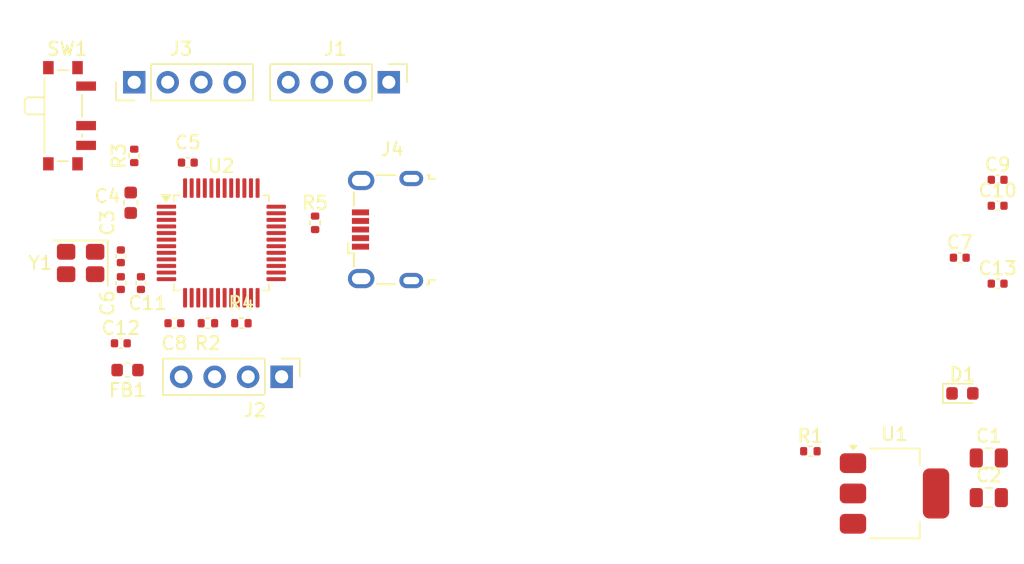
<source format=kicad_pcb>
(kicad_pcb (version 20241229) (generator "pcbnew") (generator_version "9.0")
  (layers (0 "F.Cu" signal) (2 "B.Cu" power) (13 "F.Paste" user) (15 "B.Paste" user) (5 "F.SilkS" user "F.Silkscreen") (7 "B.SilkS" user "B.Silkscreen") (1 "F.Mask" user) (3 "B.Mask" user) (25 "Edge.Cuts" user))
  (net 0 "")
  (net 1 "GND")
  (net 2 "VBUS")
  (net 3 "+3.3V")
  (net 4 "/HSE_IN")
  (net 5 "/HSE_OUT")
  (net 6 "/NRST")
  (net 7 "+3.3VA")
  (net 8 "Net-(D1-K)")
  (net 9 "/UART2_TX")
  (net 10 "/UART2_TRX")
  (net 11 "/I2C1_SDA")
  (net 12 "/I2C1_SCL")
  (net 13 "/SWCLK")
  (net 14 "/SWDIO")
  (net 16 "/USB_D-")
  (net 17 "/USB_D+")
  (net 22 "/SW_BOOT0")
  (net 23 "/BOOT0")
  (footprint "Capacitor_SMD:C_0402_1005Metric" (layer "F.Cu") (at 102.616 91.948 90)
    (property "Reference" "C6" (at -1.524 -1.016 90) (layer "F.SilkS"))
    (property "Value" "10p")
    (fp_line (start -0.107836 -0.36) (end 0.107836 -0.36) (stroke (width 0.12)) (layer "F.SilkS"))
    (fp_line (start -0.107836 0.36) (end 0.107836 0.36) (stroke (width 0.12)) (layer "F.SilkS"))
    (pad "1" smd roundrect (at -0.48 0 90) (size 0.56 0.62) (layers "F.Cu" "F.Mask" "F.Paste") (net 5 "/HSE_OUT"))
    (pad "2" smd roundrect (at 0.48 0 90) (size 0.56 0.62) (layers "F.Cu" "F.Mask" "F.Paste") (net 1 "GND"))
  )
  (footprint "Capacitor_SMD:C_0402_1005Metric" (layer "F.Cu") (at 102.616 89.916 -90)
    (property "Reference" "C3" (at -2.54 1.016 90) (layer "F.SilkS"))
    (property "Value" "10p")
    (fp_line (start -0.107836 0.36) (end 0.107836 0.36) (stroke (width 0.12)) (layer "F.SilkS"))
    (fp_line (start -0.107836 -0.36) (end 0.107836 -0.36) (stroke (width 0.12)) (layer "F.SilkS"))
    (pad "1" smd roundrect (at -0.48 0 270) (size 0.56 0.62) (layers "F.Cu" "F.Mask" "F.Paste") (net 4 "/HSE_IN"))
    (pad "2" smd roundrect (at 0.48 0 270) (size 0.56 0.62) (layers "F.Cu" "F.Mask" "F.Paste") (net 1 "GND"))
  )
  (footprint "Resistor_SMD:R_0402_1005Metric" (layer "F.Cu") (at 154.9025 104.71)
    (property "Reference" "R1" (at 0 -1.17 0) (layer "F.SilkS"))
    (property "Value" "1.5k")
    (fp_line (start -0.153641 -0.38) (end 0.153641 -0.38) (stroke (width 0.12)) (layer "F.SilkS"))
    (fp_line (start -0.153641 0.38) (end 0.153641 0.38) (stroke (width 0.12)) (layer "F.SilkS"))
    (pad "1" smd roundrect (at -0.51 0) (size 0.54 0.64) (layers "F.Cu" "F.Mask" "F.Paste") (net 8 "Net-(D1-K)"))
    (pad "2" smd roundrect (at 0.51 0) (size 0.54 0.64) (layers "F.Cu" "F.Mask" "F.Paste") (net 1 "GND"))
  )
  (footprint "Capacitor_SMD:C_0402_1005Metric" (layer "F.Cu") (at 169.1025 86.08)
    (property "Reference" "C10" (at 0 -1.16 0) (layer "F.SilkS"))
    (property "Value" "100n")
    (fp_line (start -0.107836 -0.36) (end 0.107836 -0.36) (stroke (width 0.12)) (layer "F.SilkS"))
    (fp_line (start -0.107836 0.36) (end 0.107836 0.36) (stroke (width 0.12)) (layer "F.SilkS"))
    (pad "1" smd roundrect (at -0.48 0) (size 0.56 0.62) (layers "F.Cu" "F.Mask" "F.Paste") (net 3 "+3.3V"))
    (pad "2" smd roundrect (at 0.48 0) (size 0.56 0.62) (layers "F.Cu" "F.Mask" "F.Paste") (net 1 "GND"))
  )
  (footprint "Capacitor_SMD:C_0402_1005Metric" (layer "F.Cu") (at 169.1025 84.11)
    (property "Reference" "C9" (at 0 -1.16 0) (layer "F.SilkS"))
    (property "Value" "100n")
    (fp_line (start -0.107836 -0.36) (end 0.107836 -0.36) (stroke (width 0.12)) (layer "F.SilkS"))
    (fp_line (start -0.107836 0.36) (end 0.107836 0.36) (stroke (width 0.12)) (layer "F.SilkS"))
    (pad "1" smd roundrect (at -0.48 0) (size 0.56 0.62) (layers "F.Cu" "F.Mask" "F.Paste") (net 3 "+3.3V"))
    (pad "2" smd roundrect (at 0.48 0) (size 0.56 0.62) (layers "F.Cu" "F.Mask" "F.Paste") (net 1 "GND"))
  )
  (footprint "Connector_PinHeader_2.54mm:PinHeader_1x04_P2.54mm_Vertical" (layer "F.Cu") (at 103.632 76.708 90)
    (property "Reference" "J3" (at 2.54 3.556 180) (layer "F.SilkS"))
    (property "Value" "Conn_01x04_Pin")
    (fp_line (start -1.38 -1.38) (end 0 -1.38) (stroke (width 0.12)) (layer "F.SilkS"))
    (fp_line (start -1.38 0) (end -1.38 -1.38) (stroke (width 0.12)) (layer "F.SilkS"))
    (fp_line (start 1.38 1.27) (end 1.38 9) (stroke (width 0.12)) (layer "F.SilkS"))
    (fp_line (start -1.38 1.27) (end 1.38 1.27) (stroke (width 0.12)) (layer "F.SilkS"))
    (fp_line (start -1.38 1.27) (end -1.38 9) (stroke (width 0.12)) (layer "F.SilkS"))
    (fp_line (start -1.38 9) (end 1.38 9) (stroke (width 0.12)) (layer "F.SilkS"))
    (pad "1" thru_hole rect (at 0 0 90) (size 1.7 1.7) (drill 1) (layers "*.Cu" "*.Mask") (net 3 "+3.3V"))
    (pad "2" thru_hole circle (at 0 2.54 90) (size 1.7 1.7) (drill 1) (layers "*.Cu" "*.Mask") (net 14 "/SWDIO"))
    (pad "3" thru_hole circle (at 0 5.08 90) (size 1.7 1.7) (drill 1) (layers "*.Cu" "*.Mask") (net 13 "/SWCLK"))
    (pad "4" thru_hole circle (at 0 7.62 90) (size 1.7 1.7) (drill 1) (layers "*.Cu" "*.Mask") (net 1 "GND"))
  )
  (footprint "Connector_PinHeader_2.54mm:PinHeader_1x04_P2.54mm_Vertical" (layer "F.Cu") (at 114.808 99.06 -90)
    (property "Reference" "J2" (at 2.54 2.032 0) (layer "F.SilkS"))
    (property "Value" "Conn_01x04_Pin")
    (fp_line (start -1.38 9) (end 1.38 9) (stroke (width 0.12)) (layer "F.SilkS"))
    (fp_line (start -1.38 1.27) (end -1.38 9) (stroke (width 0.12)) (layer "F.SilkS"))
    (fp_line (start -1.38 1.27) (end 1.38 1.27) (stroke (width 0.12)) (layer "F.SilkS"))
    (fp_line (start 1.38 1.27) (end 1.38 9) (stroke (width 0.12)) (layer "F.SilkS"))
    (fp_line (start -1.38 0) (end -1.38 -1.38) (stroke (width 0.12)) (layer "F.SilkS"))
    (fp_line (start -1.38 -1.38) (end 0 -1.38) (stroke (width 0.12)) (layer "F.SilkS"))
    (pad "1" thru_hole rect (at 0 0 270) (size 1.7 1.7) (drill 1) (layers "*.Cu" "*.Mask") (net 3 "+3.3V"))
    (pad "2" thru_hole circle (at 0 2.54 270) (size 1.7 1.7) (drill 1) (layers "*.Cu" "*.Mask") (net 11 "/I2C1_SDA"))
    (pad "3" thru_hole circle (at 0 5.08 270) (size 1.7 1.7) (drill 1) (layers "*.Cu" "*.Mask") (net 12 "/I2C1_SCL"))
    (pad "4" thru_hole circle (at 0 7.62 270) (size 1.7 1.7) (drill 1) (layers "*.Cu" "*.Mask") (net 1 "GND"))
  )
  (footprint "Package_TO_SOT_SMD:SOT-223-3_TabPin2" (layer "F.Cu") (at 161.2825 107.915)
    (property "Reference" "U1" (at 0 -4.5 0) (layer "F.SilkS"))
    (property "Value" "AMS1117-3.3")
    (fp_line (start -1.85 -3.41) (end 1.91 -3.41) (stroke (width 0.12)) (layer "F.SilkS"))
    (fp_line (start -1.85 3.41) (end 1.91 3.41) (stroke (width 0.12)) (layer "F.SilkS"))
    (fp_line (start 1.91 -3.41) (end 1.91 -2.15) (stroke (width 0.12)) (layer "F.SilkS"))
    (fp_line (start 1.91 3.41) (end 1.91 2.15) (stroke (width 0.12)) (layer "F.SilkS"))
    (fp_poly (pts (xy -3.13 -3.31) (xy -3.37 -3.64) (xy -2.89 -3.64) (xy -3.13 -3.31)) (stroke (width 0.12)) (fill yes) (layer "F.SilkS"))
    (pad "1" smd roundrect (at -3.15 -2.3) (size 2 1.5) (layers "F.Cu" "F.Mask" "F.Paste") (net 1 "GND"))
    (pad "2" smd roundrect (at -3.15 0) (size 2 1.5) (layers "F.Cu" "F.Mask" "F.Paste") (net 3 "+3.3V"))
    (pad "2" smd roundrect (at 3.15 0) (size 2 3.8) (layers "F.Cu" "F.Mask" "F.Paste") (net 3 "+3.3V"))
    (pad "3" smd roundrect (at -3.15 2.3) (size 2 1.5) (layers "F.Cu" "F.Mask" "F.Paste") (net 2 "VBUS"))
  )
  (footprint "Resistor_SMD:R_0402_1005Metric" (layer "F.Cu") (at 111.758 94.996 180)
    (property "Reference" "R4" (at 0 1.524 0) (layer "F.SilkS"))
    (property "Value" "1.5k")
    (fp_line (start -0.153641 0.38) (end 0.153641 0.38) (stroke (width 0.12)) (layer "F.SilkS"))
    (fp_line (start -0.153641 -0.38) (end 0.153641 -0.38) (stroke (width 0.12)) (layer "F.SilkS"))
    (pad "1" smd roundrect (at -0.51 0 180) (size 0.54 0.64) (layers "F.Cu" "F.Mask" "F.Paste") (net 11 "/I2C1_SDA"))
    (pad "2" smd roundrect (at 0.51 0 180) (size 0.54 0.64) (layers "F.Cu" "F.Mask" "F.Paste") (net 3 "+3.3V"))
  )
  (footprint "Resistor_SMD:R_0402_1005Metric" (layer "F.Cu") (at 103.632 82.296 90)
    (property "Reference" "R3" (at 0 -1.17 90) (layer "F.SilkS"))
    (property "Value" "10k")
    (fp_line (start -0.153641 -0.38) (end 0.153641 -0.38) (stroke (width 0.12)) (layer "F.SilkS"))
    (fp_line (start -0.153641 0.38) (end 0.153641 0.38) (stroke (width 0.12)) (layer "F.SilkS"))
    (pad "1" smd roundrect (at -0.51 0 90) (size 0.54 0.64) (layers "F.Cu" "F.Mask" "F.Paste") (net 22 "/SW_BOOT0"))
    (pad "2" smd roundrect (at 0.51 0 90) (size 0.54 0.64) (layers "F.Cu" "F.Mask" "F.Paste") (net 23 "/BOOT0"))
  )
  (footprint "Capacitor_SMD:C_0402_1005Metric" (layer "F.Cu") (at 102.616 96.52)
    (property "Reference" "C12" (at 0 -1.16 0) (layer "F.SilkS"))
    (property "Value" "1u")
    (fp_line (start -0.107836 -0.36) (end 0.107836 -0.36) (stroke (width 0.12)) (layer "F.SilkS"))
    (fp_line (start -0.107836 0.36) (end 0.107836 0.36) (stroke (width 0.12)) (layer "F.SilkS"))
    (pad "1" smd roundrect (at -0.48 0) (size 0.56 0.62) (layers "F.Cu" "F.Mask" "F.Paste") (net 7 "+3.3VA"))
    (pad "2" smd roundrect (at 0.48 0) (size 0.56 0.62) (layers "F.Cu" "F.Mask" "F.Paste") (net 1 "GND"))
  )
  (footprint "Button_Switch_SMD:SW_SPDT_PCM12" (layer "F.Cu") (at 98.552 79.248 -90)
    (property "Reference" "SW1" (at -5.08 0 180) (layer "F.SilkS"))
    (property "Value" "SW_SPDT")
    (fp_line (start -1.2 3.23) (end -0.3 3.23) (stroke (width 0.12)) (layer "F.SilkS"))
    (fp_line (start -1.4 3.02) (end -1.2 3.23) (stroke (width 0.12)) (layer "F.SilkS"))
    (fp_line (start -0.1 3.02) (end -0.3 3.23) (stroke (width 0.12)) (layer "F.SilkS"))
    (fp_line (start -0.1 3.02) (end -0.1 1.73) (stroke (width 0.12)) (layer "F.SilkS"))
    (fp_line (start -2.85 1.73) (end 2.85 1.73) (stroke (width 0.12)) (layer "F.SilkS"))
    (fp_line (start -1.4 1.73) (end -1.4 3.02) (stroke (width 0.12)) (layer "F.SilkS"))
    (fp_line (start 3.45 0.72) (end 3.45 -0.07) (stroke (width 0.12)) (layer "F.SilkS"))
    (fp_line (start -3.45 -0.07) (end -3.45 0.72) (stroke (width 0.12)) (layer "F.SilkS"))
    (fp_line (start -1.6 -1.12) (end 0.1 -1.12) (stroke (width 0.12)) (layer "F.SilkS"))
    (fp_line (start 1.4 -1.12) (end 1.6 -1.12) (stroke (width 0.12)) (layer "F.SilkS"))
    (pad "" smd rect (at -3.65 -0.78 270) (size 1 0.8) (layers "F.Cu" "F.Mask" "F.Paste"))
    (pad "" smd rect (at -3.65 1.43 270) (size 1 0.8) (layers "F.Cu" "F.Mask" "F.Paste"))
    (pad "" np_thru_hole circle (at -1.5 0.33 270) (size 0.9 0.9) (drill 0.9) (layers "*.Cu" "*.Mask"))
    (pad "" np_thru_hole circle (at 1.5 0.33 270) (size 0.9 0.9) (drill 0.9) (layers "*.Cu" "*.Mask"))
    (pad "" smd rect (at 3.65 -0.78 270) (size 1 0.8) (layers "F.Cu" "F.Mask" "F.Paste"))
    (pad "" smd rect (at 3.65 1.43 270) (size 1 0.8) (layers "F.Cu" "F.Mask" "F.Paste"))
    (pad "1" smd rect (at -2.25 -1.43 270) (size 0.7 1.5) (layers "F.Cu" "F.Mask" "F.Paste") (net 1 "GND"))
    (pad "2" smd rect (at 0.75 -1.43 270) (size 0.7 1.5) (layers "F.Cu" "F.Mask" "F.Paste") (net 22 "/SW_BOOT0"))
    (pad "3" smd rect (at 2.25 -1.43 270) (size 0.7 1.5) (layers "F.Cu" "F.Mask" "F.Paste") (net 3 "+3.3V"))
  )
  (footprint "Capacitor_SMD:C_0402_1005Metric" (layer "F.Cu") (at 104.14 91.948 90)
    (property "Reference" "C11" (at -1.524 0.508 180) (layer "F.SilkS"))
    (property "Value" "10n")
    (fp_line (start -0.107836 -0.36) (end 0.107836 -0.36) (stroke (width 0.12)) (layer "F.SilkS"))
    (fp_line (start -0.107836 0.36) (end 0.107836 0.36) (stroke (width 0.12)) (layer "F.SilkS"))
    (pad "1" smd roundrect (at -0.48 0 90) (size 0.56 0.62) (layers "F.Cu" "F.Mask" "F.Paste") (net 7 "+3.3VA"))
    (pad "2" smd roundrect (at 0.48 0 90) (size 0.56 0.62) (layers "F.Cu" "F.Mask" "F.Paste") (net 1 "GND"))
  )
  (footprint "LED_SMD:LED_0603_1608Metric" (layer "F.Cu") (at 166.4325 100.32)
    (property "Reference" "D1" (at 0 -1.43 0) (layer "F.SilkS"))
    (property "Value" "LED")
    (fp_line (start -1.485 -0.735) (end -1.485 0.735) (stroke (width 0.12)) (layer "F.SilkS"))
    (fp_line (start -1.485 0.735) (end 0.8 0.735) (stroke (width 0.12)) (layer "F.SilkS"))
    (fp_line (start 0.8 -0.735) (end -1.485 -0.735) (stroke (width 0.12)) (layer "F.SilkS"))
    (pad "1" smd roundrect (at -0.7875 0) (size 0.875 0.95) (layers "F.Cu" "F.Mask" "F.Paste") (net 8 "Net-(D1-K)"))
    (pad "2" smd roundrect (at 0.7875 0) (size 0.875 0.95) (layers "F.Cu" "F.Mask" "F.Paste") (net 3 "+3.3V"))
  )
  (footprint "Connector_USB:USB_Micro-B_Wuerth_629105150521" (layer "F.Cu") (at 122.689 87.884 90)
    (property "Reference" "J4" (at 6.096 0.508 180) (layer "F.SilkS"))
    (property "Value" "USB_B_Micro")
    (fp_line (start -1.075 -2.825) (end -1.8 -2.825) (stroke (width 0.15)) (layer "F.SilkS"))
    (fp_line (start -1.8 -2.825) (end -1.8 -2.4) (stroke (width 0.15)) (layer "F.SilkS"))
    (fp_line (start 1.8 -2.4) (end 2.8 -2.4) (stroke (width 0.15)) (layer "F.SilkS"))
    (fp_line (start -1.8 -2.4) (end -2.8 -2.4) (stroke (width 0.15)) (layer "F.SilkS"))
    (fp_line (start -4.15 -0.65) (end -4.15 0.75) (stroke (width 0.15)) (layer "F.SilkS"))
    (fp_line (start 4.15 0.75) (end 4.15 -0.65) (stroke (width 0.15)) (layer "F.SilkS"))
    (fp_line (start -4.15 3.15) (end -4.15 3.3) (stroke (width 0.15)) (layer "F.SilkS"))
    (fp_line (start 4.15 3.3) (end 4.15 3.15) (stroke (width 0.15)) (layer "F.SilkS"))
    (fp_line (start 3.85 3.3) (end 4.15 3.3) (stroke (width 0.15)) (layer "F.SilkS"))
    (fp_line (start -3.85 3.3) (end -3.85 3.75) (stroke (width 0.15)) (layer "F.SilkS"))
    (fp_line (start -4.15 3.3) (end -3.85 3.3) (stroke (width 0.15)) (layer "F.SilkS"))
    (fp_line (start 3.85 3.75) (end 3.85 3.3) (stroke (width 0.15)) (layer "F.SilkS"))
    (pad "" np_thru_hole oval (at -2.5 -0.8 90) (size 0.8 0.8) (drill 0.8) (layers "*.Cu" "*.Mask"))
    (pad "" np_thru_hole oval (at 2.5 -0.8 90) (size 0.8 0.8) (drill 0.8) (layers "*.Cu" "*.Mask"))
    (pad "1" smd rect (at -1.3 -1.9 90) (size 0.45 1.3) (layers "F.Cu" "F.Mask" "F.Paste") (net 2 "VBUS"))
    (pad "2" smd rect (at -0.65 -1.9 90) (size 0.45 1.3) (layers "F.Cu" "F.Mask" "F.Paste") (net 16 "/USB_D-"))
    (pad "3" smd rect (at 0 -1.9 90) (size 0.45 1.3) (layers "F.Cu" "F.Mask" "F.Paste") (net 17 "/USB_D+"))
    (pad "4" smd rect (at 0.65 -1.9 90) (size 0.45 1.3) (layers "F.Cu" "F.Mask" "F.Paste"))
    (pad "5" smd rect (at 1.3 -1.9 90) (size 0.45 1.3) (layers "F.Cu" "F.Mask" "F.Paste") (net 1 "GND"))
    (pad "6" thru_hole oval (at -3.875 1.95 90) (size 1.15 1.8) (drill oval 0.55 1.2) (property pad_prop_heatsink) (layers "*.Cu" "*.Mask"))
    (pad "6" thru_hole oval (at -3.725 -1.85 90) (size 1.45 2) (drill oval 0.85 1.4) (property pad_prop_heatsink) (layers "*.Cu" "*.Mask"))
    (pad "6" thru_hole oval (at 3.725 -1.85 90) (size 1.45 2) (drill oval 0.85 1.4) (property pad_prop_heatsink) (layers "*.Cu" "*.Mask"))
    (pad "6" thru_hole oval (at 3.875 1.95 90) (size 1.15 1.8) (drill oval 0.55 1.2) (property pad_prop_heatsink) (layers "*.Cu" "*.Mask"))
  )
  (footprint "Resistor_SMD:R_0402_1005Metric" (layer "F.Cu") (at 117.348 87.376 90)
    (property "Reference" "R5" (at 1.524 0 180) (layer "F.SilkS"))
    (property "Value" "1.5k")
    (fp_line (start -0.153641 -0.38) (end 0.153641 -0.38) (stroke (width 0.12)) (layer "F.SilkS"))
    (fp_line (start -0.153641 0.38) (end 0.153641 0.38) (stroke (width 0.12)) (layer "F.SilkS"))
    (pad "1" smd roundrect (at -0.51 0 90) (size 0.54 0.64) (layers "F.Cu" "F.Mask" "F.Paste") (net 17 "/USB_D+"))
    (pad "2" smd roundrect (at 0.51 0 90) (size 0.54 0.64) (layers "F.Cu" "F.Mask" "F.Paste") (net 3 "+3.3V"))
  )
  (footprint "Capacitor_SMD:C_0402_1005Metric" (layer "F.Cu") (at 166.2325 90.02)
    (property "Reference" "C7" (at 0 -1.16 0) (layer "F.SilkS"))
    (property "Value" "100n")
    (fp_line (start -0.107836 -0.36) (end 0.107836 -0.36) (stroke (width 0.12)) (layer "F.SilkS"))
    (fp_line (start -0.107836 0.36) (end 0.107836 0.36) (stroke (width 0.12)) (layer "F.SilkS"))
    (pad "1" smd roundrect (at -0.48 0) (size 0.56 0.62) (layers "F.Cu" "F.Mask" "F.Paste") (net 3 "+3.3V"))
    (pad "2" smd roundrect (at 0.48 0) (size 0.56 0.62) (layers "F.Cu" "F.Mask" "F.Paste") (net 1 "GND"))
  )
  (footprint "Capacitor_SMD:C_0805_2012Metric" (layer "F.Cu") (at 168.4325 105.22)
    (property "Reference" "C1" (at 0 -1.68 0) (layer "F.SilkS"))
    (property "Value" "22u")
    (fp_line (start -0.261252 -0.735) (end 0.261252 -0.735) (stroke (width 0.12)) (layer "F.SilkS"))
    (fp_line (start -0.261252 0.735) (end 0.261252 0.735) (stroke (width 0.12)) (layer "F.SilkS"))
    (pad "1" smd roundrect (at -0.95 0) (size 1 1.45) (layers "F.Cu" "F.Mask" "F.Paste") (net 2 "VBUS"))
    (pad "2" smd roundrect (at 0.95 0) (size 1 1.45) (layers "F.Cu" "F.Mask" "F.Paste") (net 1 "GND"))
  )
  (footprint "Capacitor_SMD:C_0402_1005Metric" (layer "F.Cu") (at 169.1025 91.99)
    (property "Reference" "C13" (at 0 -1.16 0) (layer "F.SilkS"))
    (property "Value" "1u")
    (fp_line (start -0.107836 -0.36) (end 0.107836 -0.36) (stroke (width 0.12)) (layer "F.SilkS"))
    (fp_line (start -0.107836 0.36) (end 0.107836 0.36) (stroke (width 0.12)) (layer "F.SilkS"))
    (pad "1" smd roundrect (at -0.48 0) (size 0.56 0.62) (layers "F.Cu" "F.Mask" "F.Paste") (net 3 "+3.3V"))
    (pad "2" smd roundrect (at 0.48 0) (size 0.56 0.62) (layers "F.Cu" "F.Mask" "F.Paste") (net 1 "GND"))
  )
  (footprint "Package_QFP:LQFP-48_7x7mm_P0.5mm" (layer "F.Cu") (at 110.236 88.9)
    (property "Reference" "U2" (at 0 -5.85 0) (layer "F.SilkS"))
    (property "Value" "STM32F103C8T6")
    (fp_line (start -3.61 -3.61) (end -3.61 -3.16) (stroke (width 0.12)) (layer "F.SilkS"))
    (fp_line (start -3.61 3.61) (end -3.61 3.16) (stroke (width 0.12)) (layer "F.SilkS"))
    (fp_line (start -3.16 -3.61) (end -3.61 -3.61) (stroke (width 0.12)) (layer "F.SilkS"))
    (fp_line (start -3.16 3.61) (end -3.61 3.61) (stroke (width 0.12)) (layer "F.SilkS"))
    (fp_line (start 3.16 -3.61) (end 3.61 -3.61) (stroke (width 0.12)) (layer "F.SilkS"))
    (fp_line (start 3.16 3.61) (end 3.61 3.61) (stroke (width 0.12)) (layer "F.SilkS"))
    (fp_line (start 3.61 -3.61) (end 3.61 -3.16) (stroke (width 0.12)) (layer "F.SilkS"))
    (fp_line (start 3.61 3.61) (end 3.61 3.16) (stroke (width 0.12)) (layer "F.SilkS"))
    (fp_poly (pts (xy -4.2 -3.16) (xy -4.54 -3.63) (xy -3.86 -3.63)) (stroke (width 0.12)) (fill yes) (layer "F.SilkS"))
    (pad "1" smd roundrect (at -4.1625 -2.75) (size 1.475 0.3) (layers "F.Cu" "F.Mask" "F.Paste") (net 3 "+3.3V"))
    (pad "2" smd roundrect (at -4.1625 -2.25) (size 1.475 0.3) (layers "F.Cu" "F.Mask" "F.Paste"))
    (pad "3" smd roundrect (at -4.1625 -1.75) (size 1.475 0.3) (layers "F.Cu" "F.Mask" "F.Paste"))
    (pad "4" smd roundrect (at -4.1625 -1.25) (size 1.475 0.3) (layers "F.Cu" "F.Mask" "F.Paste"))
    (pad "5" smd roundrect (at -4.1625 -0.75) (size 1.475 0.3) (layers "F.Cu" "F.Mask" "F.Paste") (net 4 "/HSE_IN"))
    (pad "6" smd roundrect (at -4.1625 -0.25) (size 1.475 0.3) (layers "F.Cu" "F.Mask" "F.Paste") (net 5 "/HSE_OUT"))
    (pad "7" smd roundrect (at -4.1625 0.25) (size 1.475 0.3) (layers "F.Cu" "F.Mask" "F.Paste") (net 6 "/NRST"))
    (pad "8" smd roundrect (at -4.1625 0.75) (size 1.475 0.3) (layers "F.Cu" "F.Mask" "F.Paste") (net 1 "GND"))
    (pad "9" smd roundrect (at -4.1625 1.25) (size 1.475 0.3) (layers "F.Cu" "F.Mask" "F.Paste") (net 7 "+3.3VA"))
    (pad "10" smd roundrect (at -4.1625 1.75) (size 1.475 0.3) (layers "F.Cu" "F.Mask" "F.Paste"))
    (pad "11" smd roundrect (at -4.1625 2.25) (size 1.475 0.3) (layers "F.Cu" "F.Mask" "F.Paste"))
    (pad "12" smd roundrect (at -4.1625 2.75) (size 1.475 0.3) (layers "F.Cu" "F.Mask" "F.Paste"))
    (pad "13" smd roundrect (at -2.75 4.1625) (size 0.3 1.475) (layers "F.Cu" "F.Mask" "F.Paste"))
    (pad "14" smd roundrect (at -2.25 4.1625) (size 0.3 1.475) (layers "F.Cu" "F.Mask" "F.Paste"))
    (pad "15" smd roundrect (at -1.75 4.1625) (size 0.3 1.475) (layers "F.Cu" "F.Mask" "F.Paste"))
    (pad "16" smd roundrect (at -1.25 4.1625) (size 0.3 1.475) (layers "F.Cu" "F.Mask" "F.Paste"))
    (pad "17" smd roundrect (at -0.75 4.1625) (size 0.3 1.475) (layers "F.Cu" "F.Mask" "F.Paste"))
    (pad "18" smd roundrect (at -0.25 4.1625) (size 0.3 1.475) (layers "F.Cu" "F.Mask" "F.Paste"))
    (pad "19" smd roundrect (at 0.25 4.1625) (size 0.3 1.475) (layers "F.Cu" "F.Mask" "F.Paste"))
    (pad "20" smd roundrect (at 0.75 4.1625) (size 0.3 1.475) (layers "F.Cu" "F.Mask" "F.Paste") (net 9 "/UART2_TX"))
    (pad "21" smd roundrect (at 1.25 4.1625) (size 0.3 1.475) (layers "F.Cu" "F.Mask" "F.Paste"))
    (pad "22" smd roundrect (at 1.75 4.1625) (size 0.3 1.475) (layers "F.Cu" "F.Mask" "F.Paste"))
    (pad "23" smd roundrect (at 2.25 4.1625) (size 0.3 1.475) (layers "F.Cu" "F.Mask" "F.Paste") (net 1 "GND"))
    (pad "24" smd roundrect (at 2.75 4.1625) (size 0.3 1.475) (layers "F.Cu" "F.Mask" "F.Paste") (net 3 "+3.3V"))
    (pad "25" smd roundrect (at 4.1625 2.75) (size 1.475 0.3) (layers "F.Cu" "F.Mask" "F.Paste"))
    (pad "26" smd roundrect (at 4.1625 2.25) (size 1.475 0.3) (layers "F.Cu" "F.Mask" "F.Paste"))
    (pad "27" smd roundrect (at 4.1625 1.75) (size 1.475 0.3) (layers "F.Cu" "F.Mask" "F.Paste"))
    (pad "28" smd roundrect (at 4.1625 1.25) (size 1.475 0.3) (layers "F.Cu" "F.Mask" "F.Paste"))
    (pad "29" smd roundrect (at 4.1625 0.75) (size 1.475 0.3) (layers "F.Cu" "F.Mask" "F.Paste"))
    (pad "30" smd roundrect (at 4.1625 0.25) (size 1.475 0.3) (layers "F.Cu" "F.Mask" "F.Paste"))
    (pad "31" smd roundrect (at 4.1625 -0.25) (size 1.475 0.3) (layers "F.Cu" "F.Mask" "F.Paste"))
    (pad "32" smd roundrect (at 4.1625 -0.75) (size 1.475 0.3) (layers "F.Cu" "F.Mask" "F.Paste") (net 16 "/USB_D-"))
    (pad "33" smd roundrect (at 4.1625 -1.25) (size 1.475 0.3) (layers "F.Cu" "F.Mask" "F.Paste") (net 17 "/USB_D+"))
    (pad "34" smd roundrect (at 4.1625 -1.75) (size 1.475 0.3) (layers "F.Cu" "F.Mask" "F.Paste") (net 14 "/SWDIO"))
    (pad "35" smd roundrect (at 4.1625 -2.25) (size 1.475 0.3) (layers "F.Cu" "F.Mask" "F.Paste") (net 1 "GND"))
    (pad "36" smd roundrect (at 4.1625 -2.75) (size 1.475 0.3) (layers "F.Cu" "F.Mask" "F.Paste") (net 3 "+3.3V"))
    (pad "37" smd roundrect (at 2.75 -4.1625) (size 0.3 1.475) (layers "F.Cu" "F.Mask" "F.Paste") (net 13 "/SWCLK"))
    (pad "38" smd roundrect (at 2.25 -4.1625) (size 0.3 1.475) (layers "F.Cu" "F.Mask" "F.Paste"))
    (pad "39" smd roundrect (at 1.75 -4.1625) (size 0.3 1.475) (layers "F.Cu" "F.Mask" "F.Paste") (net 10 "/UART2_TRX"))
    (pad "40" smd roundrect (at 1.25 -4.1625) (size 0.3 1.475) (layers "F.Cu" "F.Mask" "F.Paste"))
    (pad "41" smd roundrect (at 0.75 -4.1625) (size 0.3 1.475) (layers "F.Cu" "F.Mask" "F.Paste"))
    (pad "42" smd roundrect (at 0.25 -4.1625) (size 0.3 1.475) (layers "F.Cu" "F.Mask" "F.Paste") (net 12 "/I2C1_SCL"))
    (pad "43" smd roundrect (at -0.25 -4.1625) (size 0.3 1.475) (layers "F.Cu" "F.Mask" "F.Paste") (net 11 "/I2C1_SDA"))
    (pad "44" smd roundrect (at -0.75 -4.1625) (size 0.3 1.475) (layers "F.Cu" "F.Mask" "F.Paste") (net 23 "/BOOT0"))
    (pad "45" smd roundrect (at -1.25 -4.1625) (size 0.3 1.475) (layers "F.Cu" "F.Mask" "F.Paste"))
    (pad "46" smd roundrect (at -1.75 -4.1625) (size 0.3 1.475) (layers "F.Cu" "F.Mask" "F.Paste"))
    (pad "47" smd roundrect (at -2.25 -4.1625) (size 0.3 1.475) (layers "F.Cu" "F.Mask" "F.Paste") (net 1 "GND"))
    (pad "48" smd roundrect (at -2.75 -4.1625) (size 0.3 1.475) (layers "F.Cu" "F.Mask" "F.Paste") (net 3 "+3.3V"))
  )
  (footprint "Capacitor_SMD:C_0402_1005Metric" (layer "F.Cu") (at 107.696 82.804)
    (property "Reference" "C5" (at 0 -1.524 180) (layer "F.SilkS"))
    (property "Value" "100n")
    (fp_line (start -0.107836 -0.36) (end 0.107836 -0.36) (stroke (width 0.12)) (layer "F.SilkS"))
    (fp_line (start -0.107836 0.36) (end 0.107836 0.36) (stroke (width 0.12)) (layer "F.SilkS"))
    (pad "1" smd roundrect (at -0.48 0) (size 0.56 0.62) (layers "F.Cu" "F.Mask" "F.Paste") (net 3 "+3.3V"))
    (pad "2" smd roundrect (at 0.48 0) (size 0.56 0.62) (layers "F.Cu" "F.Mask" "F.Paste") (net 1 "GND"))
  )
  (footprint "Inductor_SMD:L_0603_1608Metric" (layer "F.Cu") (at 103.124 98.552)
    (property "Reference" "FB1" (at 0 1.524 0) (layer "F.SilkS"))
    (property "Value" "120R")
    (fp_line (start -0.162779 -0.51) (end 0.162779 -0.51) (stroke (width 0.12)) (layer "F.SilkS"))
    (fp_line (start -0.162779 0.51) (end 0.162779 0.51) (stroke (width 0.12)) (layer "F.SilkS"))
    (pad "1" smd roundrect (at -0.7875 0) (size 0.875 0.95) (layers "F.Cu" "F.Mask" "F.Paste") (net 7 "+3.3VA"))
    (pad "2" smd roundrect (at 0.7875 0) (size 0.875 0.95) (layers "F.Cu" "F.Mask" "F.Paste") (net 3 "+3.3V"))
  )
  (footprint "Capacitor_SMD:C_0402_1005Metric" (layer "F.Cu") (at 106.678 94.996)
    (property "Reference" "C8" (at 0 1.524 0) (layer "F.SilkS"))
    (property "Value" "100n")
    (fp_line (start -0.107836 -0.36) (end 0.107836 -0.36) (stroke (width 0.12)) (layer "F.SilkS"))
    (fp_line (start -0.107836 0.36) (end 0.107836 0.36) (stroke (width 0.12)) (layer "F.SilkS"))
    (pad "1" smd roundrect (at -0.48 0) (size 0.56 0.62) (layers "F.Cu" "F.Mask" "F.Paste") (net 1 "GND"))
    (pad "2" smd roundrect (at 0.48 0) (size 0.56 0.62) (layers "F.Cu" "F.Mask" "F.Paste") (net 6 "/NRST"))
  )
  (footprint "Capacitor_SMD:C_0805_2012Metric" (layer "F.Cu") (at 168.4325 108.23)
    (property "Reference" "C2" (at 0 -1.68 0) (layer "F.SilkS"))
    (property "Value" "22u")
    (fp_line (start -0.261252 -0.735) (end 0.261252 -0.735) (stroke (width 0.12)) (layer "F.SilkS"))
    (fp_line (start -0.261252 0.735) (end 0.261252 0.735) (stroke (width 0.12)) (layer "F.SilkS"))
    (pad "1" smd roundrect (at -0.95 0) (size 1 1.45) (layers "F.Cu" "F.Mask" "F.Paste") (net 3 "+3.3V"))
    (pad "2" smd roundrect (at 0.95 0) (size 1 1.45) (layers "F.Cu" "F.Mask" "F.Paste") (net 1 "GND"))
  )
  (footprint "Capacitor_SMD:C_0603_1608Metric" (layer "F.Cu") (at 103.365 85.852 -90)
    (property "Reference" "C4" (at -0.508 1.765 180) (layer "F.SilkS"))
    (property "Value" "10u")
    (fp_line (start -0.14058 0.51) (end 0.14058 0.51) (stroke (width 0.12)) (layer "F.SilkS"))
    (fp_line (start -0.14058 -0.51) (end 0.14058 -0.51) (stroke (width 0.12)) (layer "F.SilkS"))
    (pad "1" smd roundrect (at -0.775 0 270) (size 0.9 0.95) (layers "F.Cu" "F.Mask" "F.Paste") (net 3 "+3.3V"))
    (pad "2" smd roundrect (at 0.775 0 270) (size 0.9 0.95) (layers "F.Cu" "F.Mask" "F.Paste") (net 1 "GND"))
  )
  (footprint "Crystal:Crystal_SMD_3225-4Pin_3.2x2.5mm" (layer "F.Cu") (at 99.568 90.424 180)
    (property "Reference" "Y1" (at 3.048 0 0) (layer "F.SilkS"))
    (property "Value" "16MHz")
    (fp_line (start -2.06 1.71) (end 2.06 1.71) (stroke (width 0.12)) (layer "F.SilkS"))
    (fp_line (start -2.06 -1.71) (end -2.06 1.71) (stroke (width 0.12)) (layer "F.SilkS"))
    (pad "1" smd roundrect (at -1.1 0.85 180) (size 1.4 1.2) (layers "F.Cu" "F.Mask" "F.Paste") (roundrect_rratio 0.208333) (net 4 "/HSE_IN"))
    (pad "2" smd roundrect (at 1.1 0.85 180) (size 1.4 1.2) (layers "F.Cu" "F.Mask" "F.Paste") (roundrect_rratio 0.208333) (net 1 "GND"))
    (pad "3" smd roundrect (at 1.1 -0.85 180) (size 1.4 1.2) (layers "F.Cu" "F.Mask" "F.Paste") (roundrect_rratio 0.208333) (net 5 "/HSE_OUT"))
    (pad "4" smd roundrect (at -1.1 -0.85 180) (size 1.4 1.2) (layers "F.Cu" "F.Mask" "F.Paste") (roundrect_rratio 0.208333) (net 1 "GND"))
  )
  (footprint "Resistor_SMD:R_0402_1005Metric" (layer "F.Cu") (at 109.218 94.996)
    (property "Reference" "R2" (at 0 1.524 0) (layer "F.SilkS"))
    (property "Value" "1.5k")
    (fp_line (start -0.153641 -0.38) (end 0.153641 -0.38) (stroke (width 0.12)) (layer "F.SilkS"))
    (fp_line (start -0.153641 0.38) (end 0.153641 0.38) (stroke (width 0.12)) (layer "F.SilkS"))
    (pad "1" smd roundrect (at -0.51 0) (size 0.54 0.64) (layers "F.Cu" "F.Mask" "F.Paste") (net 12 "/I2C1_SCL"))
    (pad "2" smd roundrect (at 0.51 0) (size 0.54 0.64) (layers "F.Cu" "F.Mask" "F.Paste") (net 3 "+3.3V"))
  )
  (footprint "Connector_PinHeader_2.54mm:PinHeader_1x04_P2.54mm_Vertical" (layer "F.Cu") (at 122.936 76.708 -90)
    (property "Reference" "J1" (at -2.54 4.064 180) (layer "F.SilkS"))
    (property "Value" "Conn_01x04_Pin")
    (fp_line (start -1.38 9) (end 1.38 9) (stroke (width 0.12)) (layer "F.SilkS"))
    (fp_line (start -1.38 1.27) (end -1.38 9) (stroke (width 0.12)) (layer "F.SilkS"))
    (fp_line (start -1.38 1.27) (end 1.38 1.27) (stroke (width 0.12)) (layer "F.SilkS"))
    (fp_line (start 1.38 1.27) (end 1.38 9) (stroke (width 0.12)) (layer "F.SilkS"))
    (fp_line (start -1.38 0) (end -1.38 -1.38) (stroke (width 0.12)) (layer "F.SilkS"))
    (fp_line (start -1.38 -1.38) (end 0 -1.38) (stroke (width 0.12)) (layer "F.SilkS"))
    (pad "1" thru_hole rect (at 0 0 270) (size 1.7 1.7) (drill 1) (layers "*.Cu" "*.Mask") (net 3 "+3.3V"))
    (pad "2" thru_hole circle (at 0 2.54 270) (size 1.7 1.7) (drill 1) (layers "*.Cu" "*.Mask") (net 9 "/UART2_TX"))
    (pad "3" thru_hole circle (at 0 5.08 270) (size 1.7 1.7) (drill 1) (layers "*.Cu" "*.Mask") (net 10 "/UART2_TRX"))
    (pad "4" thru_hole circle (at 0 7.62 270) (size 1.7 1.7) (drill 1) (layers "*.Cu" "*.Mask") (net 1 "GND"))
  )
)
</source>
